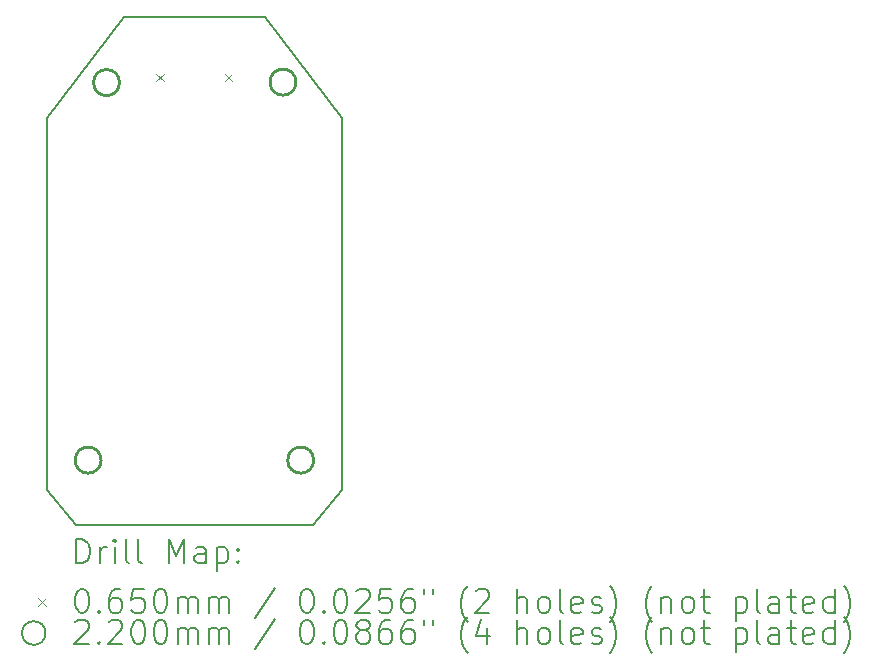
<source format=gbr>
%TF.GenerationSoftware,KiCad,Pcbnew,8.0.0*%
%TF.CreationDate,2026-01-20T23:42:29+05:30*%
%TF.ProjectId,PICKit_Clone_KiCAD,5049434b-6974-45f4-936c-6f6e655f4b69,1.0*%
%TF.SameCoordinates,Original*%
%TF.FileFunction,Drillmap*%
%TF.FilePolarity,Positive*%
%FSLAX45Y45*%
G04 Gerber Fmt 4.5, Leading zero omitted, Abs format (unit mm)*
G04 Created by KiCad (PCBNEW 8.0.0) date 2026-01-20 23:42:29*
%MOMM*%
%LPD*%
G01*
G04 APERTURE LIST*
%ADD10C,0.200000*%
%ADD11C,0.100000*%
%ADD12C,0.220000*%
G04 APERTURE END LIST*
D10*
X13350000Y-7850000D02*
X13350000Y-11000000D01*
X15850000Y-11000000D02*
X15850000Y-7850000D01*
X13600000Y-11300000D02*
X13349998Y-11000002D01*
X15600000Y-11300000D02*
X13600000Y-11300000D01*
X13350000Y-7850000D02*
X14000000Y-7000000D01*
X15850000Y-7850000D02*
X15200000Y-7000000D01*
X15600000Y-11300000D02*
X15850000Y-11000000D01*
X14000000Y-7000000D02*
X15200000Y-7000000D01*
D11*
X14278500Y-7478000D02*
X14343500Y-7543000D01*
X14343500Y-7478000D02*
X14278500Y-7543000D01*
X14856500Y-7478000D02*
X14921500Y-7543000D01*
X14921500Y-7478000D02*
X14856500Y-7543000D01*
D12*
X13810000Y-10750000D02*
G75*
G02*
X13590000Y-10750000I-110000J0D01*
G01*
X13590000Y-10750000D02*
G75*
G02*
X13810000Y-10750000I110000J0D01*
G01*
X13966000Y-7553000D02*
G75*
G02*
X13746000Y-7553000I-110000J0D01*
G01*
X13746000Y-7553000D02*
G75*
G02*
X13966000Y-7553000I110000J0D01*
G01*
X15460000Y-7550000D02*
G75*
G02*
X15240000Y-7550000I-110000J0D01*
G01*
X15240000Y-7550000D02*
G75*
G02*
X15460000Y-7550000I110000J0D01*
G01*
X15610000Y-10750000D02*
G75*
G02*
X15390000Y-10750000I-110000J0D01*
G01*
X15390000Y-10750000D02*
G75*
G02*
X15610000Y-10750000I110000J0D01*
G01*
D10*
X13600774Y-11621484D02*
X13600774Y-11421484D01*
X13600774Y-11421484D02*
X13648393Y-11421484D01*
X13648393Y-11421484D02*
X13676965Y-11431008D01*
X13676965Y-11431008D02*
X13696013Y-11450055D01*
X13696013Y-11450055D02*
X13705536Y-11469103D01*
X13705536Y-11469103D02*
X13715060Y-11507198D01*
X13715060Y-11507198D02*
X13715060Y-11535769D01*
X13715060Y-11535769D02*
X13705536Y-11573865D01*
X13705536Y-11573865D02*
X13696013Y-11592912D01*
X13696013Y-11592912D02*
X13676965Y-11611960D01*
X13676965Y-11611960D02*
X13648393Y-11621484D01*
X13648393Y-11621484D02*
X13600774Y-11621484D01*
X13800774Y-11621484D02*
X13800774Y-11488150D01*
X13800774Y-11526246D02*
X13810298Y-11507198D01*
X13810298Y-11507198D02*
X13819822Y-11497674D01*
X13819822Y-11497674D02*
X13838870Y-11488150D01*
X13838870Y-11488150D02*
X13857917Y-11488150D01*
X13924584Y-11621484D02*
X13924584Y-11488150D01*
X13924584Y-11421484D02*
X13915060Y-11431008D01*
X13915060Y-11431008D02*
X13924584Y-11440531D01*
X13924584Y-11440531D02*
X13934108Y-11431008D01*
X13934108Y-11431008D02*
X13924584Y-11421484D01*
X13924584Y-11421484D02*
X13924584Y-11440531D01*
X14048393Y-11621484D02*
X14029346Y-11611960D01*
X14029346Y-11611960D02*
X14019822Y-11592912D01*
X14019822Y-11592912D02*
X14019822Y-11421484D01*
X14153155Y-11621484D02*
X14134108Y-11611960D01*
X14134108Y-11611960D02*
X14124584Y-11592912D01*
X14124584Y-11592912D02*
X14124584Y-11421484D01*
X14381727Y-11621484D02*
X14381727Y-11421484D01*
X14381727Y-11421484D02*
X14448394Y-11564341D01*
X14448394Y-11564341D02*
X14515060Y-11421484D01*
X14515060Y-11421484D02*
X14515060Y-11621484D01*
X14696013Y-11621484D02*
X14696013Y-11516722D01*
X14696013Y-11516722D02*
X14686489Y-11497674D01*
X14686489Y-11497674D02*
X14667441Y-11488150D01*
X14667441Y-11488150D02*
X14629346Y-11488150D01*
X14629346Y-11488150D02*
X14610298Y-11497674D01*
X14696013Y-11611960D02*
X14676965Y-11621484D01*
X14676965Y-11621484D02*
X14629346Y-11621484D01*
X14629346Y-11621484D02*
X14610298Y-11611960D01*
X14610298Y-11611960D02*
X14600774Y-11592912D01*
X14600774Y-11592912D02*
X14600774Y-11573865D01*
X14600774Y-11573865D02*
X14610298Y-11554817D01*
X14610298Y-11554817D02*
X14629346Y-11545293D01*
X14629346Y-11545293D02*
X14676965Y-11545293D01*
X14676965Y-11545293D02*
X14696013Y-11535769D01*
X14791251Y-11488150D02*
X14791251Y-11688150D01*
X14791251Y-11497674D02*
X14810298Y-11488150D01*
X14810298Y-11488150D02*
X14848394Y-11488150D01*
X14848394Y-11488150D02*
X14867441Y-11497674D01*
X14867441Y-11497674D02*
X14876965Y-11507198D01*
X14876965Y-11507198D02*
X14886489Y-11526246D01*
X14886489Y-11526246D02*
X14886489Y-11583388D01*
X14886489Y-11583388D02*
X14876965Y-11602436D01*
X14876965Y-11602436D02*
X14867441Y-11611960D01*
X14867441Y-11611960D02*
X14848394Y-11621484D01*
X14848394Y-11621484D02*
X14810298Y-11621484D01*
X14810298Y-11621484D02*
X14791251Y-11611960D01*
X14972203Y-11602436D02*
X14981727Y-11611960D01*
X14981727Y-11611960D02*
X14972203Y-11621484D01*
X14972203Y-11621484D02*
X14962679Y-11611960D01*
X14962679Y-11611960D02*
X14972203Y-11602436D01*
X14972203Y-11602436D02*
X14972203Y-11621484D01*
X14972203Y-11497674D02*
X14981727Y-11507198D01*
X14981727Y-11507198D02*
X14972203Y-11516722D01*
X14972203Y-11516722D02*
X14962679Y-11507198D01*
X14962679Y-11507198D02*
X14972203Y-11497674D01*
X14972203Y-11497674D02*
X14972203Y-11516722D01*
D11*
X13274998Y-11917500D02*
X13339998Y-11982500D01*
X13339998Y-11917500D02*
X13274998Y-11982500D01*
D10*
X13638870Y-11841484D02*
X13657917Y-11841484D01*
X13657917Y-11841484D02*
X13676965Y-11851008D01*
X13676965Y-11851008D02*
X13686489Y-11860531D01*
X13686489Y-11860531D02*
X13696013Y-11879579D01*
X13696013Y-11879579D02*
X13705536Y-11917674D01*
X13705536Y-11917674D02*
X13705536Y-11965293D01*
X13705536Y-11965293D02*
X13696013Y-12003388D01*
X13696013Y-12003388D02*
X13686489Y-12022436D01*
X13686489Y-12022436D02*
X13676965Y-12031960D01*
X13676965Y-12031960D02*
X13657917Y-12041484D01*
X13657917Y-12041484D02*
X13638870Y-12041484D01*
X13638870Y-12041484D02*
X13619822Y-12031960D01*
X13619822Y-12031960D02*
X13610298Y-12022436D01*
X13610298Y-12022436D02*
X13600774Y-12003388D01*
X13600774Y-12003388D02*
X13591251Y-11965293D01*
X13591251Y-11965293D02*
X13591251Y-11917674D01*
X13591251Y-11917674D02*
X13600774Y-11879579D01*
X13600774Y-11879579D02*
X13610298Y-11860531D01*
X13610298Y-11860531D02*
X13619822Y-11851008D01*
X13619822Y-11851008D02*
X13638870Y-11841484D01*
X13791251Y-12022436D02*
X13800774Y-12031960D01*
X13800774Y-12031960D02*
X13791251Y-12041484D01*
X13791251Y-12041484D02*
X13781727Y-12031960D01*
X13781727Y-12031960D02*
X13791251Y-12022436D01*
X13791251Y-12022436D02*
X13791251Y-12041484D01*
X13972203Y-11841484D02*
X13934108Y-11841484D01*
X13934108Y-11841484D02*
X13915060Y-11851008D01*
X13915060Y-11851008D02*
X13905536Y-11860531D01*
X13905536Y-11860531D02*
X13886489Y-11889103D01*
X13886489Y-11889103D02*
X13876965Y-11927198D01*
X13876965Y-11927198D02*
X13876965Y-12003388D01*
X13876965Y-12003388D02*
X13886489Y-12022436D01*
X13886489Y-12022436D02*
X13896013Y-12031960D01*
X13896013Y-12031960D02*
X13915060Y-12041484D01*
X13915060Y-12041484D02*
X13953155Y-12041484D01*
X13953155Y-12041484D02*
X13972203Y-12031960D01*
X13972203Y-12031960D02*
X13981727Y-12022436D01*
X13981727Y-12022436D02*
X13991251Y-12003388D01*
X13991251Y-12003388D02*
X13991251Y-11955769D01*
X13991251Y-11955769D02*
X13981727Y-11936722D01*
X13981727Y-11936722D02*
X13972203Y-11927198D01*
X13972203Y-11927198D02*
X13953155Y-11917674D01*
X13953155Y-11917674D02*
X13915060Y-11917674D01*
X13915060Y-11917674D02*
X13896013Y-11927198D01*
X13896013Y-11927198D02*
X13886489Y-11936722D01*
X13886489Y-11936722D02*
X13876965Y-11955769D01*
X14172203Y-11841484D02*
X14076965Y-11841484D01*
X14076965Y-11841484D02*
X14067441Y-11936722D01*
X14067441Y-11936722D02*
X14076965Y-11927198D01*
X14076965Y-11927198D02*
X14096013Y-11917674D01*
X14096013Y-11917674D02*
X14143632Y-11917674D01*
X14143632Y-11917674D02*
X14162679Y-11927198D01*
X14162679Y-11927198D02*
X14172203Y-11936722D01*
X14172203Y-11936722D02*
X14181727Y-11955769D01*
X14181727Y-11955769D02*
X14181727Y-12003388D01*
X14181727Y-12003388D02*
X14172203Y-12022436D01*
X14172203Y-12022436D02*
X14162679Y-12031960D01*
X14162679Y-12031960D02*
X14143632Y-12041484D01*
X14143632Y-12041484D02*
X14096013Y-12041484D01*
X14096013Y-12041484D02*
X14076965Y-12031960D01*
X14076965Y-12031960D02*
X14067441Y-12022436D01*
X14305536Y-11841484D02*
X14324584Y-11841484D01*
X14324584Y-11841484D02*
X14343632Y-11851008D01*
X14343632Y-11851008D02*
X14353155Y-11860531D01*
X14353155Y-11860531D02*
X14362679Y-11879579D01*
X14362679Y-11879579D02*
X14372203Y-11917674D01*
X14372203Y-11917674D02*
X14372203Y-11965293D01*
X14372203Y-11965293D02*
X14362679Y-12003388D01*
X14362679Y-12003388D02*
X14353155Y-12022436D01*
X14353155Y-12022436D02*
X14343632Y-12031960D01*
X14343632Y-12031960D02*
X14324584Y-12041484D01*
X14324584Y-12041484D02*
X14305536Y-12041484D01*
X14305536Y-12041484D02*
X14286489Y-12031960D01*
X14286489Y-12031960D02*
X14276965Y-12022436D01*
X14276965Y-12022436D02*
X14267441Y-12003388D01*
X14267441Y-12003388D02*
X14257917Y-11965293D01*
X14257917Y-11965293D02*
X14257917Y-11917674D01*
X14257917Y-11917674D02*
X14267441Y-11879579D01*
X14267441Y-11879579D02*
X14276965Y-11860531D01*
X14276965Y-11860531D02*
X14286489Y-11851008D01*
X14286489Y-11851008D02*
X14305536Y-11841484D01*
X14457917Y-12041484D02*
X14457917Y-11908150D01*
X14457917Y-11927198D02*
X14467441Y-11917674D01*
X14467441Y-11917674D02*
X14486489Y-11908150D01*
X14486489Y-11908150D02*
X14515060Y-11908150D01*
X14515060Y-11908150D02*
X14534108Y-11917674D01*
X14534108Y-11917674D02*
X14543632Y-11936722D01*
X14543632Y-11936722D02*
X14543632Y-12041484D01*
X14543632Y-11936722D02*
X14553155Y-11917674D01*
X14553155Y-11917674D02*
X14572203Y-11908150D01*
X14572203Y-11908150D02*
X14600774Y-11908150D01*
X14600774Y-11908150D02*
X14619822Y-11917674D01*
X14619822Y-11917674D02*
X14629346Y-11936722D01*
X14629346Y-11936722D02*
X14629346Y-12041484D01*
X14724584Y-12041484D02*
X14724584Y-11908150D01*
X14724584Y-11927198D02*
X14734108Y-11917674D01*
X14734108Y-11917674D02*
X14753155Y-11908150D01*
X14753155Y-11908150D02*
X14781727Y-11908150D01*
X14781727Y-11908150D02*
X14800775Y-11917674D01*
X14800775Y-11917674D02*
X14810298Y-11936722D01*
X14810298Y-11936722D02*
X14810298Y-12041484D01*
X14810298Y-11936722D02*
X14819822Y-11917674D01*
X14819822Y-11917674D02*
X14838870Y-11908150D01*
X14838870Y-11908150D02*
X14867441Y-11908150D01*
X14867441Y-11908150D02*
X14886489Y-11917674D01*
X14886489Y-11917674D02*
X14896013Y-11936722D01*
X14896013Y-11936722D02*
X14896013Y-12041484D01*
X15286489Y-11831960D02*
X15115060Y-12089103D01*
X15543632Y-11841484D02*
X15562679Y-11841484D01*
X15562679Y-11841484D02*
X15581727Y-11851008D01*
X15581727Y-11851008D02*
X15591251Y-11860531D01*
X15591251Y-11860531D02*
X15600775Y-11879579D01*
X15600775Y-11879579D02*
X15610298Y-11917674D01*
X15610298Y-11917674D02*
X15610298Y-11965293D01*
X15610298Y-11965293D02*
X15600775Y-12003388D01*
X15600775Y-12003388D02*
X15591251Y-12022436D01*
X15591251Y-12022436D02*
X15581727Y-12031960D01*
X15581727Y-12031960D02*
X15562679Y-12041484D01*
X15562679Y-12041484D02*
X15543632Y-12041484D01*
X15543632Y-12041484D02*
X15524584Y-12031960D01*
X15524584Y-12031960D02*
X15515060Y-12022436D01*
X15515060Y-12022436D02*
X15505537Y-12003388D01*
X15505537Y-12003388D02*
X15496013Y-11965293D01*
X15496013Y-11965293D02*
X15496013Y-11917674D01*
X15496013Y-11917674D02*
X15505537Y-11879579D01*
X15505537Y-11879579D02*
X15515060Y-11860531D01*
X15515060Y-11860531D02*
X15524584Y-11851008D01*
X15524584Y-11851008D02*
X15543632Y-11841484D01*
X15696013Y-12022436D02*
X15705537Y-12031960D01*
X15705537Y-12031960D02*
X15696013Y-12041484D01*
X15696013Y-12041484D02*
X15686489Y-12031960D01*
X15686489Y-12031960D02*
X15696013Y-12022436D01*
X15696013Y-12022436D02*
X15696013Y-12041484D01*
X15829346Y-11841484D02*
X15848394Y-11841484D01*
X15848394Y-11841484D02*
X15867441Y-11851008D01*
X15867441Y-11851008D02*
X15876965Y-11860531D01*
X15876965Y-11860531D02*
X15886489Y-11879579D01*
X15886489Y-11879579D02*
X15896013Y-11917674D01*
X15896013Y-11917674D02*
X15896013Y-11965293D01*
X15896013Y-11965293D02*
X15886489Y-12003388D01*
X15886489Y-12003388D02*
X15876965Y-12022436D01*
X15876965Y-12022436D02*
X15867441Y-12031960D01*
X15867441Y-12031960D02*
X15848394Y-12041484D01*
X15848394Y-12041484D02*
X15829346Y-12041484D01*
X15829346Y-12041484D02*
X15810298Y-12031960D01*
X15810298Y-12031960D02*
X15800775Y-12022436D01*
X15800775Y-12022436D02*
X15791251Y-12003388D01*
X15791251Y-12003388D02*
X15781727Y-11965293D01*
X15781727Y-11965293D02*
X15781727Y-11917674D01*
X15781727Y-11917674D02*
X15791251Y-11879579D01*
X15791251Y-11879579D02*
X15800775Y-11860531D01*
X15800775Y-11860531D02*
X15810298Y-11851008D01*
X15810298Y-11851008D02*
X15829346Y-11841484D01*
X15972203Y-11860531D02*
X15981727Y-11851008D01*
X15981727Y-11851008D02*
X16000775Y-11841484D01*
X16000775Y-11841484D02*
X16048394Y-11841484D01*
X16048394Y-11841484D02*
X16067441Y-11851008D01*
X16067441Y-11851008D02*
X16076965Y-11860531D01*
X16076965Y-11860531D02*
X16086489Y-11879579D01*
X16086489Y-11879579D02*
X16086489Y-11898627D01*
X16086489Y-11898627D02*
X16076965Y-11927198D01*
X16076965Y-11927198D02*
X15962679Y-12041484D01*
X15962679Y-12041484D02*
X16086489Y-12041484D01*
X16267441Y-11841484D02*
X16172203Y-11841484D01*
X16172203Y-11841484D02*
X16162679Y-11936722D01*
X16162679Y-11936722D02*
X16172203Y-11927198D01*
X16172203Y-11927198D02*
X16191251Y-11917674D01*
X16191251Y-11917674D02*
X16238870Y-11917674D01*
X16238870Y-11917674D02*
X16257918Y-11927198D01*
X16257918Y-11927198D02*
X16267441Y-11936722D01*
X16267441Y-11936722D02*
X16276965Y-11955769D01*
X16276965Y-11955769D02*
X16276965Y-12003388D01*
X16276965Y-12003388D02*
X16267441Y-12022436D01*
X16267441Y-12022436D02*
X16257918Y-12031960D01*
X16257918Y-12031960D02*
X16238870Y-12041484D01*
X16238870Y-12041484D02*
X16191251Y-12041484D01*
X16191251Y-12041484D02*
X16172203Y-12031960D01*
X16172203Y-12031960D02*
X16162679Y-12022436D01*
X16448394Y-11841484D02*
X16410298Y-11841484D01*
X16410298Y-11841484D02*
X16391251Y-11851008D01*
X16391251Y-11851008D02*
X16381727Y-11860531D01*
X16381727Y-11860531D02*
X16362679Y-11889103D01*
X16362679Y-11889103D02*
X16353156Y-11927198D01*
X16353156Y-11927198D02*
X16353156Y-12003388D01*
X16353156Y-12003388D02*
X16362679Y-12022436D01*
X16362679Y-12022436D02*
X16372203Y-12031960D01*
X16372203Y-12031960D02*
X16391251Y-12041484D01*
X16391251Y-12041484D02*
X16429346Y-12041484D01*
X16429346Y-12041484D02*
X16448394Y-12031960D01*
X16448394Y-12031960D02*
X16457918Y-12022436D01*
X16457918Y-12022436D02*
X16467441Y-12003388D01*
X16467441Y-12003388D02*
X16467441Y-11955769D01*
X16467441Y-11955769D02*
X16457918Y-11936722D01*
X16457918Y-11936722D02*
X16448394Y-11927198D01*
X16448394Y-11927198D02*
X16429346Y-11917674D01*
X16429346Y-11917674D02*
X16391251Y-11917674D01*
X16391251Y-11917674D02*
X16372203Y-11927198D01*
X16372203Y-11927198D02*
X16362679Y-11936722D01*
X16362679Y-11936722D02*
X16353156Y-11955769D01*
X16543632Y-11841484D02*
X16543632Y-11879579D01*
X16619822Y-11841484D02*
X16619822Y-11879579D01*
X16915061Y-12117674D02*
X16905537Y-12108150D01*
X16905537Y-12108150D02*
X16886489Y-12079579D01*
X16886489Y-12079579D02*
X16876965Y-12060531D01*
X16876965Y-12060531D02*
X16867442Y-12031960D01*
X16867442Y-12031960D02*
X16857918Y-11984341D01*
X16857918Y-11984341D02*
X16857918Y-11946246D01*
X16857918Y-11946246D02*
X16867442Y-11898627D01*
X16867442Y-11898627D02*
X16876965Y-11870055D01*
X16876965Y-11870055D02*
X16886489Y-11851008D01*
X16886489Y-11851008D02*
X16905537Y-11822436D01*
X16905537Y-11822436D02*
X16915061Y-11812912D01*
X16981727Y-11860531D02*
X16991251Y-11851008D01*
X16991251Y-11851008D02*
X17010299Y-11841484D01*
X17010299Y-11841484D02*
X17057918Y-11841484D01*
X17057918Y-11841484D02*
X17076965Y-11851008D01*
X17076965Y-11851008D02*
X17086489Y-11860531D01*
X17086489Y-11860531D02*
X17096013Y-11879579D01*
X17096013Y-11879579D02*
X17096013Y-11898627D01*
X17096013Y-11898627D02*
X17086489Y-11927198D01*
X17086489Y-11927198D02*
X16972203Y-12041484D01*
X16972203Y-12041484D02*
X17096013Y-12041484D01*
X17334108Y-12041484D02*
X17334108Y-11841484D01*
X17419823Y-12041484D02*
X17419823Y-11936722D01*
X17419823Y-11936722D02*
X17410299Y-11917674D01*
X17410299Y-11917674D02*
X17391251Y-11908150D01*
X17391251Y-11908150D02*
X17362680Y-11908150D01*
X17362680Y-11908150D02*
X17343632Y-11917674D01*
X17343632Y-11917674D02*
X17334108Y-11927198D01*
X17543632Y-12041484D02*
X17524584Y-12031960D01*
X17524584Y-12031960D02*
X17515061Y-12022436D01*
X17515061Y-12022436D02*
X17505537Y-12003388D01*
X17505537Y-12003388D02*
X17505537Y-11946246D01*
X17505537Y-11946246D02*
X17515061Y-11927198D01*
X17515061Y-11927198D02*
X17524584Y-11917674D01*
X17524584Y-11917674D02*
X17543632Y-11908150D01*
X17543632Y-11908150D02*
X17572204Y-11908150D01*
X17572204Y-11908150D02*
X17591251Y-11917674D01*
X17591251Y-11917674D02*
X17600775Y-11927198D01*
X17600775Y-11927198D02*
X17610299Y-11946246D01*
X17610299Y-11946246D02*
X17610299Y-12003388D01*
X17610299Y-12003388D02*
X17600775Y-12022436D01*
X17600775Y-12022436D02*
X17591251Y-12031960D01*
X17591251Y-12031960D02*
X17572204Y-12041484D01*
X17572204Y-12041484D02*
X17543632Y-12041484D01*
X17724584Y-12041484D02*
X17705537Y-12031960D01*
X17705537Y-12031960D02*
X17696013Y-12012912D01*
X17696013Y-12012912D02*
X17696013Y-11841484D01*
X17876965Y-12031960D02*
X17857918Y-12041484D01*
X17857918Y-12041484D02*
X17819823Y-12041484D01*
X17819823Y-12041484D02*
X17800775Y-12031960D01*
X17800775Y-12031960D02*
X17791251Y-12012912D01*
X17791251Y-12012912D02*
X17791251Y-11936722D01*
X17791251Y-11936722D02*
X17800775Y-11917674D01*
X17800775Y-11917674D02*
X17819823Y-11908150D01*
X17819823Y-11908150D02*
X17857918Y-11908150D01*
X17857918Y-11908150D02*
X17876965Y-11917674D01*
X17876965Y-11917674D02*
X17886489Y-11936722D01*
X17886489Y-11936722D02*
X17886489Y-11955769D01*
X17886489Y-11955769D02*
X17791251Y-11974817D01*
X17962680Y-12031960D02*
X17981727Y-12041484D01*
X17981727Y-12041484D02*
X18019823Y-12041484D01*
X18019823Y-12041484D02*
X18038870Y-12031960D01*
X18038870Y-12031960D02*
X18048394Y-12012912D01*
X18048394Y-12012912D02*
X18048394Y-12003388D01*
X18048394Y-12003388D02*
X18038870Y-11984341D01*
X18038870Y-11984341D02*
X18019823Y-11974817D01*
X18019823Y-11974817D02*
X17991251Y-11974817D01*
X17991251Y-11974817D02*
X17972204Y-11965293D01*
X17972204Y-11965293D02*
X17962680Y-11946246D01*
X17962680Y-11946246D02*
X17962680Y-11936722D01*
X17962680Y-11936722D02*
X17972204Y-11917674D01*
X17972204Y-11917674D02*
X17991251Y-11908150D01*
X17991251Y-11908150D02*
X18019823Y-11908150D01*
X18019823Y-11908150D02*
X18038870Y-11917674D01*
X18115061Y-12117674D02*
X18124585Y-12108150D01*
X18124585Y-12108150D02*
X18143632Y-12079579D01*
X18143632Y-12079579D02*
X18153156Y-12060531D01*
X18153156Y-12060531D02*
X18162680Y-12031960D01*
X18162680Y-12031960D02*
X18172204Y-11984341D01*
X18172204Y-11984341D02*
X18172204Y-11946246D01*
X18172204Y-11946246D02*
X18162680Y-11898627D01*
X18162680Y-11898627D02*
X18153156Y-11870055D01*
X18153156Y-11870055D02*
X18143632Y-11851008D01*
X18143632Y-11851008D02*
X18124585Y-11822436D01*
X18124585Y-11822436D02*
X18115061Y-11812912D01*
X18476966Y-12117674D02*
X18467442Y-12108150D01*
X18467442Y-12108150D02*
X18448394Y-12079579D01*
X18448394Y-12079579D02*
X18438870Y-12060531D01*
X18438870Y-12060531D02*
X18429346Y-12031960D01*
X18429346Y-12031960D02*
X18419823Y-11984341D01*
X18419823Y-11984341D02*
X18419823Y-11946246D01*
X18419823Y-11946246D02*
X18429346Y-11898627D01*
X18429346Y-11898627D02*
X18438870Y-11870055D01*
X18438870Y-11870055D02*
X18448394Y-11851008D01*
X18448394Y-11851008D02*
X18467442Y-11822436D01*
X18467442Y-11822436D02*
X18476966Y-11812912D01*
X18553156Y-11908150D02*
X18553156Y-12041484D01*
X18553156Y-11927198D02*
X18562680Y-11917674D01*
X18562680Y-11917674D02*
X18581727Y-11908150D01*
X18581727Y-11908150D02*
X18610299Y-11908150D01*
X18610299Y-11908150D02*
X18629346Y-11917674D01*
X18629346Y-11917674D02*
X18638870Y-11936722D01*
X18638870Y-11936722D02*
X18638870Y-12041484D01*
X18762680Y-12041484D02*
X18743632Y-12031960D01*
X18743632Y-12031960D02*
X18734108Y-12022436D01*
X18734108Y-12022436D02*
X18724585Y-12003388D01*
X18724585Y-12003388D02*
X18724585Y-11946246D01*
X18724585Y-11946246D02*
X18734108Y-11927198D01*
X18734108Y-11927198D02*
X18743632Y-11917674D01*
X18743632Y-11917674D02*
X18762680Y-11908150D01*
X18762680Y-11908150D02*
X18791251Y-11908150D01*
X18791251Y-11908150D02*
X18810299Y-11917674D01*
X18810299Y-11917674D02*
X18819823Y-11927198D01*
X18819823Y-11927198D02*
X18829346Y-11946246D01*
X18829346Y-11946246D02*
X18829346Y-12003388D01*
X18829346Y-12003388D02*
X18819823Y-12022436D01*
X18819823Y-12022436D02*
X18810299Y-12031960D01*
X18810299Y-12031960D02*
X18791251Y-12041484D01*
X18791251Y-12041484D02*
X18762680Y-12041484D01*
X18886489Y-11908150D02*
X18962680Y-11908150D01*
X18915061Y-11841484D02*
X18915061Y-12012912D01*
X18915061Y-12012912D02*
X18924585Y-12031960D01*
X18924585Y-12031960D02*
X18943632Y-12041484D01*
X18943632Y-12041484D02*
X18962680Y-12041484D01*
X19181727Y-11908150D02*
X19181727Y-12108150D01*
X19181727Y-11917674D02*
X19200775Y-11908150D01*
X19200775Y-11908150D02*
X19238870Y-11908150D01*
X19238870Y-11908150D02*
X19257918Y-11917674D01*
X19257918Y-11917674D02*
X19267442Y-11927198D01*
X19267442Y-11927198D02*
X19276966Y-11946246D01*
X19276966Y-11946246D02*
X19276966Y-12003388D01*
X19276966Y-12003388D02*
X19267442Y-12022436D01*
X19267442Y-12022436D02*
X19257918Y-12031960D01*
X19257918Y-12031960D02*
X19238870Y-12041484D01*
X19238870Y-12041484D02*
X19200775Y-12041484D01*
X19200775Y-12041484D02*
X19181727Y-12031960D01*
X19391251Y-12041484D02*
X19372204Y-12031960D01*
X19372204Y-12031960D02*
X19362680Y-12012912D01*
X19362680Y-12012912D02*
X19362680Y-11841484D01*
X19553156Y-12041484D02*
X19553156Y-11936722D01*
X19553156Y-11936722D02*
X19543632Y-11917674D01*
X19543632Y-11917674D02*
X19524585Y-11908150D01*
X19524585Y-11908150D02*
X19486489Y-11908150D01*
X19486489Y-11908150D02*
X19467442Y-11917674D01*
X19553156Y-12031960D02*
X19534108Y-12041484D01*
X19534108Y-12041484D02*
X19486489Y-12041484D01*
X19486489Y-12041484D02*
X19467442Y-12031960D01*
X19467442Y-12031960D02*
X19457918Y-12012912D01*
X19457918Y-12012912D02*
X19457918Y-11993865D01*
X19457918Y-11993865D02*
X19467442Y-11974817D01*
X19467442Y-11974817D02*
X19486489Y-11965293D01*
X19486489Y-11965293D02*
X19534108Y-11965293D01*
X19534108Y-11965293D02*
X19553156Y-11955769D01*
X19619823Y-11908150D02*
X19696013Y-11908150D01*
X19648394Y-11841484D02*
X19648394Y-12012912D01*
X19648394Y-12012912D02*
X19657918Y-12031960D01*
X19657918Y-12031960D02*
X19676966Y-12041484D01*
X19676966Y-12041484D02*
X19696013Y-12041484D01*
X19838870Y-12031960D02*
X19819823Y-12041484D01*
X19819823Y-12041484D02*
X19781727Y-12041484D01*
X19781727Y-12041484D02*
X19762680Y-12031960D01*
X19762680Y-12031960D02*
X19753156Y-12012912D01*
X19753156Y-12012912D02*
X19753156Y-11936722D01*
X19753156Y-11936722D02*
X19762680Y-11917674D01*
X19762680Y-11917674D02*
X19781727Y-11908150D01*
X19781727Y-11908150D02*
X19819823Y-11908150D01*
X19819823Y-11908150D02*
X19838870Y-11917674D01*
X19838870Y-11917674D02*
X19848394Y-11936722D01*
X19848394Y-11936722D02*
X19848394Y-11955769D01*
X19848394Y-11955769D02*
X19753156Y-11974817D01*
X20019823Y-12041484D02*
X20019823Y-11841484D01*
X20019823Y-12031960D02*
X20000775Y-12041484D01*
X20000775Y-12041484D02*
X19962680Y-12041484D01*
X19962680Y-12041484D02*
X19943632Y-12031960D01*
X19943632Y-12031960D02*
X19934108Y-12022436D01*
X19934108Y-12022436D02*
X19924585Y-12003388D01*
X19924585Y-12003388D02*
X19924585Y-11946246D01*
X19924585Y-11946246D02*
X19934108Y-11927198D01*
X19934108Y-11927198D02*
X19943632Y-11917674D01*
X19943632Y-11917674D02*
X19962680Y-11908150D01*
X19962680Y-11908150D02*
X20000775Y-11908150D01*
X20000775Y-11908150D02*
X20019823Y-11917674D01*
X20096013Y-12117674D02*
X20105537Y-12108150D01*
X20105537Y-12108150D02*
X20124585Y-12079579D01*
X20124585Y-12079579D02*
X20134108Y-12060531D01*
X20134108Y-12060531D02*
X20143632Y-12031960D01*
X20143632Y-12031960D02*
X20153156Y-11984341D01*
X20153156Y-11984341D02*
X20153156Y-11946246D01*
X20153156Y-11946246D02*
X20143632Y-11898627D01*
X20143632Y-11898627D02*
X20134108Y-11870055D01*
X20134108Y-11870055D02*
X20124585Y-11851008D01*
X20124585Y-11851008D02*
X20105537Y-11822436D01*
X20105537Y-11822436D02*
X20096013Y-11812912D01*
X13339998Y-12214000D02*
G75*
G02*
X13139998Y-12214000I-100000J0D01*
G01*
X13139998Y-12214000D02*
G75*
G02*
X13339998Y-12214000I100000J0D01*
G01*
X13591251Y-12124531D02*
X13600774Y-12115008D01*
X13600774Y-12115008D02*
X13619822Y-12105484D01*
X13619822Y-12105484D02*
X13667441Y-12105484D01*
X13667441Y-12105484D02*
X13686489Y-12115008D01*
X13686489Y-12115008D02*
X13696013Y-12124531D01*
X13696013Y-12124531D02*
X13705536Y-12143579D01*
X13705536Y-12143579D02*
X13705536Y-12162627D01*
X13705536Y-12162627D02*
X13696013Y-12191198D01*
X13696013Y-12191198D02*
X13581727Y-12305484D01*
X13581727Y-12305484D02*
X13705536Y-12305484D01*
X13791251Y-12286436D02*
X13800774Y-12295960D01*
X13800774Y-12295960D02*
X13791251Y-12305484D01*
X13791251Y-12305484D02*
X13781727Y-12295960D01*
X13781727Y-12295960D02*
X13791251Y-12286436D01*
X13791251Y-12286436D02*
X13791251Y-12305484D01*
X13876965Y-12124531D02*
X13886489Y-12115008D01*
X13886489Y-12115008D02*
X13905536Y-12105484D01*
X13905536Y-12105484D02*
X13953155Y-12105484D01*
X13953155Y-12105484D02*
X13972203Y-12115008D01*
X13972203Y-12115008D02*
X13981727Y-12124531D01*
X13981727Y-12124531D02*
X13991251Y-12143579D01*
X13991251Y-12143579D02*
X13991251Y-12162627D01*
X13991251Y-12162627D02*
X13981727Y-12191198D01*
X13981727Y-12191198D02*
X13867441Y-12305484D01*
X13867441Y-12305484D02*
X13991251Y-12305484D01*
X14115060Y-12105484D02*
X14134108Y-12105484D01*
X14134108Y-12105484D02*
X14153155Y-12115008D01*
X14153155Y-12115008D02*
X14162679Y-12124531D01*
X14162679Y-12124531D02*
X14172203Y-12143579D01*
X14172203Y-12143579D02*
X14181727Y-12181674D01*
X14181727Y-12181674D02*
X14181727Y-12229293D01*
X14181727Y-12229293D02*
X14172203Y-12267388D01*
X14172203Y-12267388D02*
X14162679Y-12286436D01*
X14162679Y-12286436D02*
X14153155Y-12295960D01*
X14153155Y-12295960D02*
X14134108Y-12305484D01*
X14134108Y-12305484D02*
X14115060Y-12305484D01*
X14115060Y-12305484D02*
X14096013Y-12295960D01*
X14096013Y-12295960D02*
X14086489Y-12286436D01*
X14086489Y-12286436D02*
X14076965Y-12267388D01*
X14076965Y-12267388D02*
X14067441Y-12229293D01*
X14067441Y-12229293D02*
X14067441Y-12181674D01*
X14067441Y-12181674D02*
X14076965Y-12143579D01*
X14076965Y-12143579D02*
X14086489Y-12124531D01*
X14086489Y-12124531D02*
X14096013Y-12115008D01*
X14096013Y-12115008D02*
X14115060Y-12105484D01*
X14305536Y-12105484D02*
X14324584Y-12105484D01*
X14324584Y-12105484D02*
X14343632Y-12115008D01*
X14343632Y-12115008D02*
X14353155Y-12124531D01*
X14353155Y-12124531D02*
X14362679Y-12143579D01*
X14362679Y-12143579D02*
X14372203Y-12181674D01*
X14372203Y-12181674D02*
X14372203Y-12229293D01*
X14372203Y-12229293D02*
X14362679Y-12267388D01*
X14362679Y-12267388D02*
X14353155Y-12286436D01*
X14353155Y-12286436D02*
X14343632Y-12295960D01*
X14343632Y-12295960D02*
X14324584Y-12305484D01*
X14324584Y-12305484D02*
X14305536Y-12305484D01*
X14305536Y-12305484D02*
X14286489Y-12295960D01*
X14286489Y-12295960D02*
X14276965Y-12286436D01*
X14276965Y-12286436D02*
X14267441Y-12267388D01*
X14267441Y-12267388D02*
X14257917Y-12229293D01*
X14257917Y-12229293D02*
X14257917Y-12181674D01*
X14257917Y-12181674D02*
X14267441Y-12143579D01*
X14267441Y-12143579D02*
X14276965Y-12124531D01*
X14276965Y-12124531D02*
X14286489Y-12115008D01*
X14286489Y-12115008D02*
X14305536Y-12105484D01*
X14457917Y-12305484D02*
X14457917Y-12172150D01*
X14457917Y-12191198D02*
X14467441Y-12181674D01*
X14467441Y-12181674D02*
X14486489Y-12172150D01*
X14486489Y-12172150D02*
X14515060Y-12172150D01*
X14515060Y-12172150D02*
X14534108Y-12181674D01*
X14534108Y-12181674D02*
X14543632Y-12200722D01*
X14543632Y-12200722D02*
X14543632Y-12305484D01*
X14543632Y-12200722D02*
X14553155Y-12181674D01*
X14553155Y-12181674D02*
X14572203Y-12172150D01*
X14572203Y-12172150D02*
X14600774Y-12172150D01*
X14600774Y-12172150D02*
X14619822Y-12181674D01*
X14619822Y-12181674D02*
X14629346Y-12200722D01*
X14629346Y-12200722D02*
X14629346Y-12305484D01*
X14724584Y-12305484D02*
X14724584Y-12172150D01*
X14724584Y-12191198D02*
X14734108Y-12181674D01*
X14734108Y-12181674D02*
X14753155Y-12172150D01*
X14753155Y-12172150D02*
X14781727Y-12172150D01*
X14781727Y-12172150D02*
X14800775Y-12181674D01*
X14800775Y-12181674D02*
X14810298Y-12200722D01*
X14810298Y-12200722D02*
X14810298Y-12305484D01*
X14810298Y-12200722D02*
X14819822Y-12181674D01*
X14819822Y-12181674D02*
X14838870Y-12172150D01*
X14838870Y-12172150D02*
X14867441Y-12172150D01*
X14867441Y-12172150D02*
X14886489Y-12181674D01*
X14886489Y-12181674D02*
X14896013Y-12200722D01*
X14896013Y-12200722D02*
X14896013Y-12305484D01*
X15286489Y-12095960D02*
X15115060Y-12353103D01*
X15543632Y-12105484D02*
X15562679Y-12105484D01*
X15562679Y-12105484D02*
X15581727Y-12115008D01*
X15581727Y-12115008D02*
X15591251Y-12124531D01*
X15591251Y-12124531D02*
X15600775Y-12143579D01*
X15600775Y-12143579D02*
X15610298Y-12181674D01*
X15610298Y-12181674D02*
X15610298Y-12229293D01*
X15610298Y-12229293D02*
X15600775Y-12267388D01*
X15600775Y-12267388D02*
X15591251Y-12286436D01*
X15591251Y-12286436D02*
X15581727Y-12295960D01*
X15581727Y-12295960D02*
X15562679Y-12305484D01*
X15562679Y-12305484D02*
X15543632Y-12305484D01*
X15543632Y-12305484D02*
X15524584Y-12295960D01*
X15524584Y-12295960D02*
X15515060Y-12286436D01*
X15515060Y-12286436D02*
X15505537Y-12267388D01*
X15505537Y-12267388D02*
X15496013Y-12229293D01*
X15496013Y-12229293D02*
X15496013Y-12181674D01*
X15496013Y-12181674D02*
X15505537Y-12143579D01*
X15505537Y-12143579D02*
X15515060Y-12124531D01*
X15515060Y-12124531D02*
X15524584Y-12115008D01*
X15524584Y-12115008D02*
X15543632Y-12105484D01*
X15696013Y-12286436D02*
X15705537Y-12295960D01*
X15705537Y-12295960D02*
X15696013Y-12305484D01*
X15696013Y-12305484D02*
X15686489Y-12295960D01*
X15686489Y-12295960D02*
X15696013Y-12286436D01*
X15696013Y-12286436D02*
X15696013Y-12305484D01*
X15829346Y-12105484D02*
X15848394Y-12105484D01*
X15848394Y-12105484D02*
X15867441Y-12115008D01*
X15867441Y-12115008D02*
X15876965Y-12124531D01*
X15876965Y-12124531D02*
X15886489Y-12143579D01*
X15886489Y-12143579D02*
X15896013Y-12181674D01*
X15896013Y-12181674D02*
X15896013Y-12229293D01*
X15896013Y-12229293D02*
X15886489Y-12267388D01*
X15886489Y-12267388D02*
X15876965Y-12286436D01*
X15876965Y-12286436D02*
X15867441Y-12295960D01*
X15867441Y-12295960D02*
X15848394Y-12305484D01*
X15848394Y-12305484D02*
X15829346Y-12305484D01*
X15829346Y-12305484D02*
X15810298Y-12295960D01*
X15810298Y-12295960D02*
X15800775Y-12286436D01*
X15800775Y-12286436D02*
X15791251Y-12267388D01*
X15791251Y-12267388D02*
X15781727Y-12229293D01*
X15781727Y-12229293D02*
X15781727Y-12181674D01*
X15781727Y-12181674D02*
X15791251Y-12143579D01*
X15791251Y-12143579D02*
X15800775Y-12124531D01*
X15800775Y-12124531D02*
X15810298Y-12115008D01*
X15810298Y-12115008D02*
X15829346Y-12105484D01*
X16010298Y-12191198D02*
X15991251Y-12181674D01*
X15991251Y-12181674D02*
X15981727Y-12172150D01*
X15981727Y-12172150D02*
X15972203Y-12153103D01*
X15972203Y-12153103D02*
X15972203Y-12143579D01*
X15972203Y-12143579D02*
X15981727Y-12124531D01*
X15981727Y-12124531D02*
X15991251Y-12115008D01*
X15991251Y-12115008D02*
X16010298Y-12105484D01*
X16010298Y-12105484D02*
X16048394Y-12105484D01*
X16048394Y-12105484D02*
X16067441Y-12115008D01*
X16067441Y-12115008D02*
X16076965Y-12124531D01*
X16076965Y-12124531D02*
X16086489Y-12143579D01*
X16086489Y-12143579D02*
X16086489Y-12153103D01*
X16086489Y-12153103D02*
X16076965Y-12172150D01*
X16076965Y-12172150D02*
X16067441Y-12181674D01*
X16067441Y-12181674D02*
X16048394Y-12191198D01*
X16048394Y-12191198D02*
X16010298Y-12191198D01*
X16010298Y-12191198D02*
X15991251Y-12200722D01*
X15991251Y-12200722D02*
X15981727Y-12210246D01*
X15981727Y-12210246D02*
X15972203Y-12229293D01*
X15972203Y-12229293D02*
X15972203Y-12267388D01*
X15972203Y-12267388D02*
X15981727Y-12286436D01*
X15981727Y-12286436D02*
X15991251Y-12295960D01*
X15991251Y-12295960D02*
X16010298Y-12305484D01*
X16010298Y-12305484D02*
X16048394Y-12305484D01*
X16048394Y-12305484D02*
X16067441Y-12295960D01*
X16067441Y-12295960D02*
X16076965Y-12286436D01*
X16076965Y-12286436D02*
X16086489Y-12267388D01*
X16086489Y-12267388D02*
X16086489Y-12229293D01*
X16086489Y-12229293D02*
X16076965Y-12210246D01*
X16076965Y-12210246D02*
X16067441Y-12200722D01*
X16067441Y-12200722D02*
X16048394Y-12191198D01*
X16257918Y-12105484D02*
X16219822Y-12105484D01*
X16219822Y-12105484D02*
X16200775Y-12115008D01*
X16200775Y-12115008D02*
X16191251Y-12124531D01*
X16191251Y-12124531D02*
X16172203Y-12153103D01*
X16172203Y-12153103D02*
X16162679Y-12191198D01*
X16162679Y-12191198D02*
X16162679Y-12267388D01*
X16162679Y-12267388D02*
X16172203Y-12286436D01*
X16172203Y-12286436D02*
X16181727Y-12295960D01*
X16181727Y-12295960D02*
X16200775Y-12305484D01*
X16200775Y-12305484D02*
X16238870Y-12305484D01*
X16238870Y-12305484D02*
X16257918Y-12295960D01*
X16257918Y-12295960D02*
X16267441Y-12286436D01*
X16267441Y-12286436D02*
X16276965Y-12267388D01*
X16276965Y-12267388D02*
X16276965Y-12219769D01*
X16276965Y-12219769D02*
X16267441Y-12200722D01*
X16267441Y-12200722D02*
X16257918Y-12191198D01*
X16257918Y-12191198D02*
X16238870Y-12181674D01*
X16238870Y-12181674D02*
X16200775Y-12181674D01*
X16200775Y-12181674D02*
X16181727Y-12191198D01*
X16181727Y-12191198D02*
X16172203Y-12200722D01*
X16172203Y-12200722D02*
X16162679Y-12219769D01*
X16448394Y-12105484D02*
X16410298Y-12105484D01*
X16410298Y-12105484D02*
X16391251Y-12115008D01*
X16391251Y-12115008D02*
X16381727Y-12124531D01*
X16381727Y-12124531D02*
X16362679Y-12153103D01*
X16362679Y-12153103D02*
X16353156Y-12191198D01*
X16353156Y-12191198D02*
X16353156Y-12267388D01*
X16353156Y-12267388D02*
X16362679Y-12286436D01*
X16362679Y-12286436D02*
X16372203Y-12295960D01*
X16372203Y-12295960D02*
X16391251Y-12305484D01*
X16391251Y-12305484D02*
X16429346Y-12305484D01*
X16429346Y-12305484D02*
X16448394Y-12295960D01*
X16448394Y-12295960D02*
X16457918Y-12286436D01*
X16457918Y-12286436D02*
X16467441Y-12267388D01*
X16467441Y-12267388D02*
X16467441Y-12219769D01*
X16467441Y-12219769D02*
X16457918Y-12200722D01*
X16457918Y-12200722D02*
X16448394Y-12191198D01*
X16448394Y-12191198D02*
X16429346Y-12181674D01*
X16429346Y-12181674D02*
X16391251Y-12181674D01*
X16391251Y-12181674D02*
X16372203Y-12191198D01*
X16372203Y-12191198D02*
X16362679Y-12200722D01*
X16362679Y-12200722D02*
X16353156Y-12219769D01*
X16543632Y-12105484D02*
X16543632Y-12143579D01*
X16619822Y-12105484D02*
X16619822Y-12143579D01*
X16915061Y-12381674D02*
X16905537Y-12372150D01*
X16905537Y-12372150D02*
X16886489Y-12343579D01*
X16886489Y-12343579D02*
X16876965Y-12324531D01*
X16876965Y-12324531D02*
X16867442Y-12295960D01*
X16867442Y-12295960D02*
X16857918Y-12248341D01*
X16857918Y-12248341D02*
X16857918Y-12210246D01*
X16857918Y-12210246D02*
X16867442Y-12162627D01*
X16867442Y-12162627D02*
X16876965Y-12134055D01*
X16876965Y-12134055D02*
X16886489Y-12115008D01*
X16886489Y-12115008D02*
X16905537Y-12086436D01*
X16905537Y-12086436D02*
X16915061Y-12076912D01*
X17076965Y-12172150D02*
X17076965Y-12305484D01*
X17029346Y-12095960D02*
X16981727Y-12238817D01*
X16981727Y-12238817D02*
X17105537Y-12238817D01*
X17334108Y-12305484D02*
X17334108Y-12105484D01*
X17419823Y-12305484D02*
X17419823Y-12200722D01*
X17419823Y-12200722D02*
X17410299Y-12181674D01*
X17410299Y-12181674D02*
X17391251Y-12172150D01*
X17391251Y-12172150D02*
X17362680Y-12172150D01*
X17362680Y-12172150D02*
X17343632Y-12181674D01*
X17343632Y-12181674D02*
X17334108Y-12191198D01*
X17543632Y-12305484D02*
X17524584Y-12295960D01*
X17524584Y-12295960D02*
X17515061Y-12286436D01*
X17515061Y-12286436D02*
X17505537Y-12267388D01*
X17505537Y-12267388D02*
X17505537Y-12210246D01*
X17505537Y-12210246D02*
X17515061Y-12191198D01*
X17515061Y-12191198D02*
X17524584Y-12181674D01*
X17524584Y-12181674D02*
X17543632Y-12172150D01*
X17543632Y-12172150D02*
X17572204Y-12172150D01*
X17572204Y-12172150D02*
X17591251Y-12181674D01*
X17591251Y-12181674D02*
X17600775Y-12191198D01*
X17600775Y-12191198D02*
X17610299Y-12210246D01*
X17610299Y-12210246D02*
X17610299Y-12267388D01*
X17610299Y-12267388D02*
X17600775Y-12286436D01*
X17600775Y-12286436D02*
X17591251Y-12295960D01*
X17591251Y-12295960D02*
X17572204Y-12305484D01*
X17572204Y-12305484D02*
X17543632Y-12305484D01*
X17724584Y-12305484D02*
X17705537Y-12295960D01*
X17705537Y-12295960D02*
X17696013Y-12276912D01*
X17696013Y-12276912D02*
X17696013Y-12105484D01*
X17876965Y-12295960D02*
X17857918Y-12305484D01*
X17857918Y-12305484D02*
X17819823Y-12305484D01*
X17819823Y-12305484D02*
X17800775Y-12295960D01*
X17800775Y-12295960D02*
X17791251Y-12276912D01*
X17791251Y-12276912D02*
X17791251Y-12200722D01*
X17791251Y-12200722D02*
X17800775Y-12181674D01*
X17800775Y-12181674D02*
X17819823Y-12172150D01*
X17819823Y-12172150D02*
X17857918Y-12172150D01*
X17857918Y-12172150D02*
X17876965Y-12181674D01*
X17876965Y-12181674D02*
X17886489Y-12200722D01*
X17886489Y-12200722D02*
X17886489Y-12219769D01*
X17886489Y-12219769D02*
X17791251Y-12238817D01*
X17962680Y-12295960D02*
X17981727Y-12305484D01*
X17981727Y-12305484D02*
X18019823Y-12305484D01*
X18019823Y-12305484D02*
X18038870Y-12295960D01*
X18038870Y-12295960D02*
X18048394Y-12276912D01*
X18048394Y-12276912D02*
X18048394Y-12267388D01*
X18048394Y-12267388D02*
X18038870Y-12248341D01*
X18038870Y-12248341D02*
X18019823Y-12238817D01*
X18019823Y-12238817D02*
X17991251Y-12238817D01*
X17991251Y-12238817D02*
X17972204Y-12229293D01*
X17972204Y-12229293D02*
X17962680Y-12210246D01*
X17962680Y-12210246D02*
X17962680Y-12200722D01*
X17962680Y-12200722D02*
X17972204Y-12181674D01*
X17972204Y-12181674D02*
X17991251Y-12172150D01*
X17991251Y-12172150D02*
X18019823Y-12172150D01*
X18019823Y-12172150D02*
X18038870Y-12181674D01*
X18115061Y-12381674D02*
X18124585Y-12372150D01*
X18124585Y-12372150D02*
X18143632Y-12343579D01*
X18143632Y-12343579D02*
X18153156Y-12324531D01*
X18153156Y-12324531D02*
X18162680Y-12295960D01*
X18162680Y-12295960D02*
X18172204Y-12248341D01*
X18172204Y-12248341D02*
X18172204Y-12210246D01*
X18172204Y-12210246D02*
X18162680Y-12162627D01*
X18162680Y-12162627D02*
X18153156Y-12134055D01*
X18153156Y-12134055D02*
X18143632Y-12115008D01*
X18143632Y-12115008D02*
X18124585Y-12086436D01*
X18124585Y-12086436D02*
X18115061Y-12076912D01*
X18476966Y-12381674D02*
X18467442Y-12372150D01*
X18467442Y-12372150D02*
X18448394Y-12343579D01*
X18448394Y-12343579D02*
X18438870Y-12324531D01*
X18438870Y-12324531D02*
X18429346Y-12295960D01*
X18429346Y-12295960D02*
X18419823Y-12248341D01*
X18419823Y-12248341D02*
X18419823Y-12210246D01*
X18419823Y-12210246D02*
X18429346Y-12162627D01*
X18429346Y-12162627D02*
X18438870Y-12134055D01*
X18438870Y-12134055D02*
X18448394Y-12115008D01*
X18448394Y-12115008D02*
X18467442Y-12086436D01*
X18467442Y-12086436D02*
X18476966Y-12076912D01*
X18553156Y-12172150D02*
X18553156Y-12305484D01*
X18553156Y-12191198D02*
X18562680Y-12181674D01*
X18562680Y-12181674D02*
X18581727Y-12172150D01*
X18581727Y-12172150D02*
X18610299Y-12172150D01*
X18610299Y-12172150D02*
X18629346Y-12181674D01*
X18629346Y-12181674D02*
X18638870Y-12200722D01*
X18638870Y-12200722D02*
X18638870Y-12305484D01*
X18762680Y-12305484D02*
X18743632Y-12295960D01*
X18743632Y-12295960D02*
X18734108Y-12286436D01*
X18734108Y-12286436D02*
X18724585Y-12267388D01*
X18724585Y-12267388D02*
X18724585Y-12210246D01*
X18724585Y-12210246D02*
X18734108Y-12191198D01*
X18734108Y-12191198D02*
X18743632Y-12181674D01*
X18743632Y-12181674D02*
X18762680Y-12172150D01*
X18762680Y-12172150D02*
X18791251Y-12172150D01*
X18791251Y-12172150D02*
X18810299Y-12181674D01*
X18810299Y-12181674D02*
X18819823Y-12191198D01*
X18819823Y-12191198D02*
X18829346Y-12210246D01*
X18829346Y-12210246D02*
X18829346Y-12267388D01*
X18829346Y-12267388D02*
X18819823Y-12286436D01*
X18819823Y-12286436D02*
X18810299Y-12295960D01*
X18810299Y-12295960D02*
X18791251Y-12305484D01*
X18791251Y-12305484D02*
X18762680Y-12305484D01*
X18886489Y-12172150D02*
X18962680Y-12172150D01*
X18915061Y-12105484D02*
X18915061Y-12276912D01*
X18915061Y-12276912D02*
X18924585Y-12295960D01*
X18924585Y-12295960D02*
X18943632Y-12305484D01*
X18943632Y-12305484D02*
X18962680Y-12305484D01*
X19181727Y-12172150D02*
X19181727Y-12372150D01*
X19181727Y-12181674D02*
X19200775Y-12172150D01*
X19200775Y-12172150D02*
X19238870Y-12172150D01*
X19238870Y-12172150D02*
X19257918Y-12181674D01*
X19257918Y-12181674D02*
X19267442Y-12191198D01*
X19267442Y-12191198D02*
X19276966Y-12210246D01*
X19276966Y-12210246D02*
X19276966Y-12267388D01*
X19276966Y-12267388D02*
X19267442Y-12286436D01*
X19267442Y-12286436D02*
X19257918Y-12295960D01*
X19257918Y-12295960D02*
X19238870Y-12305484D01*
X19238870Y-12305484D02*
X19200775Y-12305484D01*
X19200775Y-12305484D02*
X19181727Y-12295960D01*
X19391251Y-12305484D02*
X19372204Y-12295960D01*
X19372204Y-12295960D02*
X19362680Y-12276912D01*
X19362680Y-12276912D02*
X19362680Y-12105484D01*
X19553156Y-12305484D02*
X19553156Y-12200722D01*
X19553156Y-12200722D02*
X19543632Y-12181674D01*
X19543632Y-12181674D02*
X19524585Y-12172150D01*
X19524585Y-12172150D02*
X19486489Y-12172150D01*
X19486489Y-12172150D02*
X19467442Y-12181674D01*
X19553156Y-12295960D02*
X19534108Y-12305484D01*
X19534108Y-12305484D02*
X19486489Y-12305484D01*
X19486489Y-12305484D02*
X19467442Y-12295960D01*
X19467442Y-12295960D02*
X19457918Y-12276912D01*
X19457918Y-12276912D02*
X19457918Y-12257865D01*
X19457918Y-12257865D02*
X19467442Y-12238817D01*
X19467442Y-12238817D02*
X19486489Y-12229293D01*
X19486489Y-12229293D02*
X19534108Y-12229293D01*
X19534108Y-12229293D02*
X19553156Y-12219769D01*
X19619823Y-12172150D02*
X19696013Y-12172150D01*
X19648394Y-12105484D02*
X19648394Y-12276912D01*
X19648394Y-12276912D02*
X19657918Y-12295960D01*
X19657918Y-12295960D02*
X19676966Y-12305484D01*
X19676966Y-12305484D02*
X19696013Y-12305484D01*
X19838870Y-12295960D02*
X19819823Y-12305484D01*
X19819823Y-12305484D02*
X19781727Y-12305484D01*
X19781727Y-12305484D02*
X19762680Y-12295960D01*
X19762680Y-12295960D02*
X19753156Y-12276912D01*
X19753156Y-12276912D02*
X19753156Y-12200722D01*
X19753156Y-12200722D02*
X19762680Y-12181674D01*
X19762680Y-12181674D02*
X19781727Y-12172150D01*
X19781727Y-12172150D02*
X19819823Y-12172150D01*
X19819823Y-12172150D02*
X19838870Y-12181674D01*
X19838870Y-12181674D02*
X19848394Y-12200722D01*
X19848394Y-12200722D02*
X19848394Y-12219769D01*
X19848394Y-12219769D02*
X19753156Y-12238817D01*
X20019823Y-12305484D02*
X20019823Y-12105484D01*
X20019823Y-12295960D02*
X20000775Y-12305484D01*
X20000775Y-12305484D02*
X19962680Y-12305484D01*
X19962680Y-12305484D02*
X19943632Y-12295960D01*
X19943632Y-12295960D02*
X19934108Y-12286436D01*
X19934108Y-12286436D02*
X19924585Y-12267388D01*
X19924585Y-12267388D02*
X19924585Y-12210246D01*
X19924585Y-12210246D02*
X19934108Y-12191198D01*
X19934108Y-12191198D02*
X19943632Y-12181674D01*
X19943632Y-12181674D02*
X19962680Y-12172150D01*
X19962680Y-12172150D02*
X20000775Y-12172150D01*
X20000775Y-12172150D02*
X20019823Y-12181674D01*
X20096013Y-12381674D02*
X20105537Y-12372150D01*
X20105537Y-12372150D02*
X20124585Y-12343579D01*
X20124585Y-12343579D02*
X20134108Y-12324531D01*
X20134108Y-12324531D02*
X20143632Y-12295960D01*
X20143632Y-12295960D02*
X20153156Y-12248341D01*
X20153156Y-12248341D02*
X20153156Y-12210246D01*
X20153156Y-12210246D02*
X20143632Y-12162627D01*
X20143632Y-12162627D02*
X20134108Y-12134055D01*
X20134108Y-12134055D02*
X20124585Y-12115008D01*
X20124585Y-12115008D02*
X20105537Y-12086436D01*
X20105537Y-12086436D02*
X20096013Y-12076912D01*
M02*

</source>
